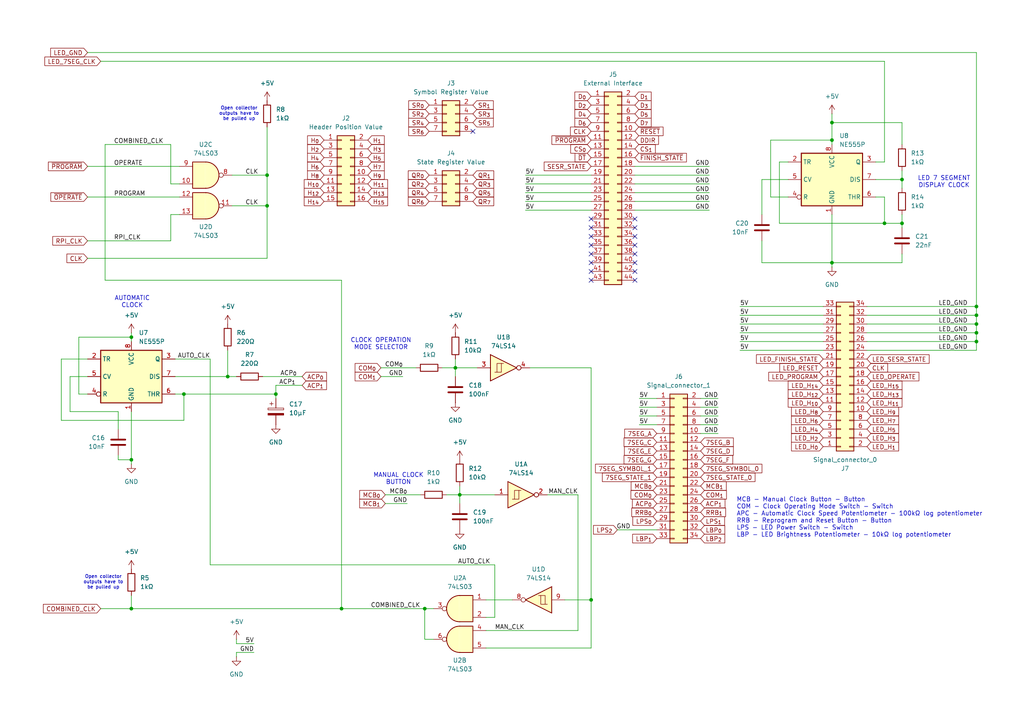
<source format=kicad_sch>
(kicad_sch (version 20250114) (generator "eeschema") (generator_version "9.0")
  (paper "A4")
  (lib_symbols
    (symbol "74xx:74LS03" (pin_names (offset 1.016))
      (property "Reference" "U" (at 0 1.27 0))
      (property "Value" "74LS03" (at 0 -1.27 0))
      (symbol "74LS03_1_1"
        (pin input line (at -7.62 2.54 0) (length 3.81) (name "~") (number "1"))
        (pin input line (at -7.62 -2.54 0) (length 3.81) (name "~") (number "2"))
        (pin open_collector inverted (at 7.62 0 180) (length 3.81) (name "~") (number "3"))
      )
      (symbol "74LS03_1_2"
        (pin input inverted (at -7.62 2.54 0) (length 4.318) (name "~") (number "1"))
        (pin input inverted (at -7.62 -2.54 0) (length 4.318) (name "~") (number "2"))
        (pin open_collector line (at 7.62 0 180) (length 3.81) (name "~") (number "3"))
      )
      (symbol "74LS03_2_1"
        (pin input line (at -7.62 2.54 0) (length 3.81) (name "~") (number "4"))
        (pin input line (at -7.62 -2.54 0) (length 3.81) (name "~") (number "5"))
        (pin open_collector inverted (at 7.62 0 180) (length 3.81) (name "~") (number "6"))
      )
      (symbol "74LS03_2_2"
        (pin input inverted (at -7.62 2.54 0) (length 4.318) (name "~") (number "4"))
        (pin input inverted (at -7.62 -2.54 0) (length 4.318) (name "~") (number "5"))
        (pin open_collector line (at 7.62 0 180) (length 3.81) (name "~") (number "6"))
      )
      (symbol "74LS03_3_1"
        (pin input line (at -7.62 2.54 0) (length 3.81) (name "~") (number "9"))
        (pin input line (at -7.62 -2.54 0) (length 3.81) (name "~") (number "10"))
        (pin open_collector inverted (at 7.62 0 180) (length 3.81) (name "~") (number "8"))
      )
      (symbol "74LS03_3_2"
        (pin input inverted (at -7.62 2.54 0) (length 4.318) (name "~") (number "9"))
        (pin input inverted (at -7.62 -2.54 0) (length 4.318) (name "~") (number "10"))
        (pin open_collector line (at 7.62 0 180) (length 3.81) (name "~") (number "8"))
      )
      (symbol "74LS03_4_1"
        (pin input line (at -7.62 2.54 0) (length 3.81) (name "~") (number "12"))
        (pin input line (at -7.62 -2.54 0) (length 3.81) (name "~") (number "13"))
        (pin open_collector inverted (at 7.62 0 180) (length 3.81) (name "~") (number "11"))
      )
      (symbol "74LS03_4_2"
        (pin input inverted (at -7.62 2.54 0) (length 4.318) (name "~") (number "12"))
        (pin input inverted (at -7.62 -2.54 0) (length 4.318) (name "~") (number "13"))
        (pin open_collector line (at 7.62 0 180) (length 3.81) (name "~") (number "11"))
      )
      (symbol "74LS03_5_0"
        (pin power_in line (at 0 12.7 270) (length 5.08) (name "VCC") (number "14"))
        (pin power_in line (at 0 -12.7 90) (length 5.08) (name "GND") (number "7"))
      )
    )
    (symbol "74xx:74LS14" (pin_names (offset 1.016))
      (property "Reference" "U" (at 0 1.27 0))
      (property "Value" "74LS14" (at 0 -1.27 0))
      (symbol "74LS14_1_0"
        (pin input line (at -7.62 0 0) (length 3.81) (name "~") (number "1"))
        (pin output inverted (at 7.62 0 180) (length 3.81) (name "~") (number "2"))
      )
      (symbol "74LS14_2_0"
        (pin input line (at -7.62 0 0) (length 3.81) (name "~") (number "3"))
        (pin output inverted (at 7.62 0 180) (length 3.81) (name "~") (number "4"))
      )
      (symbol "74LS14_3_0"
        (pin input line (at -7.62 0 0) (length 3.81) (name "~") (number "5"))
        (pin output inverted (at 7.62 0 180) (length 3.81) (name "~") (number "6"))
      )
      (symbol "74LS14_4_0"
        (pin input line (at -7.62 0 0) (length 3.81) (name "~") (number "9"))
        (pin output inverted (at 7.62 0 180) (length 3.81) (name "~") (number "8"))
      )
      (symbol "74LS14_5_0"
        (pin input line (at -7.62 0 0) (length 3.81) (name "~") (number "11"))
        (pin output inverted (at 7.62 0 180) (length 3.81) (name "~") (number "10"))
      )
      (symbol "74LS14_6_0"
        (pin input line (at -7.62 0 0) (length 3.81) (name "~") (number "13"))
        (pin output inverted (at 7.62 0 180) (length 3.81) (name "~") (number "12"))
      )
      (symbol "74LS14_7_0"
        (pin power_in line (at 0 12.7 270) (length 5.08) (name "VCC") (number "14"))
        (pin power_in line (at 0 -12.7 90) (length 5.08) (name "GND") (number "7"))
      )
    )
    (symbol "Connector_Generic:Conn_02x04_Odd_Even" (pin_names (offset 1.016) (hide yes))
      (property "Reference" "J" (at 1.27 5.08 0))
      (property "Value" "Conn_02x04_Odd_Even" (at 1.27 -7.62 0))
      (symbol "Conn_02x04_Odd_Even_1_1"
        (pin passive line (at -5.08 2.54 0) (length 3.81) (name "Pin_1") (number "1"))
        (pin passive line (at -5.08 0 0) (length 3.81) (name "Pin_3") (number "3"))
        (pin passive line (at -5.08 -2.54 0) (length 3.81) (name "Pin_5") (number "5"))
        (pin passive line (at -5.08 -5.08 0) (length 3.81) (name "Pin_7") (number "7"))
        (pin passive line (at 7.62 2.54 180) (length 3.81) (name "Pin_2") (number "2"))
        (pin passive line (at 7.62 0 180) (length 3.81) (name "Pin_4") (number "4"))
        (pin passive line (at 7.62 -2.54 180) (length 3.81) (name "Pin_6") (number "6"))
        (pin passive line (at 7.62 -5.08 180) (length 3.81) (name "Pin_8") (number "8"))
      )
    )
    (symbol "Connector_Generic:Conn_02x08_Odd_Even" (pin_names (offset 1.016) (hide yes))
      (property "Reference" "J" (at 1.27 10.16 0))
      (property "Value" "Conn_02x08_Odd_Even" (at 1.27 -12.7 0))
      (symbol "Conn_02x08_Odd_Even_1_1"
        (pin passive line (at -5.08 7.62 0) (length 3.81) (name "Pin_1") (number "1"))
        (pin passive line (at -5.08 5.08 0) (length 3.81) (name "Pin_3") (number "3"))
        (pin passive line (at -5.08 2.54 0) (length 3.81) (name "Pin_5") (number "5"))
        (pin passive line (at -5.08 0 0) (length 3.81) (name "Pin_7") (number "7"))
        (pin passive line (at -5.08 -2.54 0) (length 3.81) (name "Pin_9") (number "9"))
        (pin passive line (at -5.08 -5.08 0) (length 3.81) (name "Pin_11") (number "11"))
        (pin passive line (at -5.08 -7.62 0) (length 3.81) (name "Pin_13") (number "13"))
        (pin passive line (at -5.08 -10.16 0) (length 3.81) (name "Pin_15") (number "15"))
        (pin passive line (at 7.62 7.62 180) (length 3.81) (name "Pin_2") (number "2"))
        (pin passive line (at 7.62 5.08 180) (length 3.81) (name "Pin_4") (number "4"))
        (pin passive line (at 7.62 2.54 180) (length 3.81) (name "Pin_6") (number "6"))
        (pin passive line (at 7.62 0 180) (length 3.81) (name "Pin_8") (number "8"))
        (pin passive line (at 7.62 -2.54 180) (length 3.81) (name "Pin_10") (number "10"))
        (pin passive line (at 7.62 -5.08 180) (length 3.81) (name "Pin_12") (number "12"))
        (pin passive line (at 7.62 -7.62 180) (length 3.81) (name "Pin_14") (number "14"))
        (pin passive line (at 7.62 -10.16 180) (length 3.81) (name "Pin_16") (number "16"))
      )
    )
    (symbol "Connector_Generic:Conn_02x17_Odd_Even" (pin_names (offset 1.016) (hide yes))
      (property "Reference" "J" (at 1.27 22.86 0))
      (property "Value" "Conn_02x17_Odd_Even" (at 1.27 -22.86 0))
      (symbol "Conn_02x17_Odd_Even_1_1"
        (pin passive line (at -5.08 20.32 0) (length 3.81) (name "Pin_1") (number "1"))
        (pin passive line (at -5.08 17.78 0) (length 3.81) (name "Pin_3") (number "3"))
        (pin passive line (at -5.08 15.24 0) (length 3.81) (name "Pin_5") (number "5"))
        (pin passive line (at -5.08 12.7 0) (length 3.81) (name "Pin_7") (number "7"))
        (pin passive line (at -5.08 10.16 0) (length 3.81) (name "Pin_9") (number "9"))
        (pin passive line (at -5.08 7.62 0) (length 3.81) (name "Pin_11") (number "11"))
        (pin passive line (at -5.08 5.08 0) (length 3.81) (name "Pin_13") (number "13"))
        (pin passive line (at -5.08 2.54 0) (length 3.81) (name "Pin_15") (number "15"))
        (pin passive line (at -5.08 0 0) (length 3.81) (name "Pin_17") (number "17"))
        (pin passive line (at -5.08 -2.54 0) (length 3.81) (name "Pin_19") (number "19"))
        (pin passive line (at -5.08 -5.08 0) (length 3.81) (name "Pin_21") (number "21"))
        (pin passive line (at -5.08 -7.62 0) (length 3.81) (name "Pin_23") (number "23"))
        (pin passive line (at -5.08 -10.16 0) (length 3.81) (name "Pin_25") (number "25"))
        (pin passive line (at -5.08 -12.7 0) (length 3.81) (name "Pin_27") (number "27"))
        (pin passive line (at -5.08 -15.24 0) (length 3.81) (name "Pin_29") (number "29"))
        (pin passive line (at -5.08 -17.78 0) (length 3.81) (name "Pin_31") (number "31"))
        (pin passive line (at -5.08 -20.32 0) (length 3.81) (name "Pin_33") (number "33"))
        (pin passive line (at 7.62 20.32 180) (length 3.81) (name "Pin_2") (number "2"))
        (pin passive line (at 7.62 17.78 180) (length 3.81) (name "Pin_4") (number "4"))
        (pin passive line (at 7.62 15.24 180) (length 3.81) (name "Pin_6") (number "6"))
        (pin passive line (at 7.62 12.7 180) (length 3.81) (name "Pin_8") (number "8"))
        (pin passive line (at 7.62 10.16 180) (length 3.81) (name "Pin_10") (number "10"))
        (pin passive line (at 7.62 7.62 180) (length 3.81) (name "Pin_12") (number "12"))
        (pin passive line (at 7.62 5.08 180) (length 3.81) (name "Pin_14") (number "14"))
        (pin passive line (at 7.62 2.54 180) (length 3.81) (name "Pin_16") (number "16"))
        (pin passive line (at 7.62 0 180) (length 3.81) (name "Pin_18") (number "18"))
        (pin passive line (at 7.62 -2.54 180) (length 3.81) (name "Pin_20") (number "20"))
        (pin passive line (at 7.62 -5.08 180) (length 3.81) (name "Pin_22") (number "22"))
        (pin passive line (at 7.62 -7.62 180) (length 3.81) (name "Pin_24") (number "24"))
        (pin passive line (at 7.62 -10.16 180) (length 3.81) (name "Pin_26") (number "26"))
        (pin passive line (at 7.62 -12.7 180) (length 3.81) (name "Pin_28") (number "28"))
        (pin passive line (at 7.62 -15.24 180) (length 3.81) (name "Pin_30") (number "30"))
        (pin passive line (at 7.62 -17.78 180) (length 3.81) (name "Pin_32") (number "32"))
        (pin passive line (at 7.62 -20.32 180) (length 3.81) (name "Pin_34") (number "34"))
      )
    )
    (symbol "Connector_Generic:Conn_02x22_Odd_Even" (pin_names (offset 1.016) (hide yes))
      (property "Reference" "J" (at 1.27 27.94 0))
      (property "Value" "Conn_02x22_Odd_Even" (at 1.27 -30.48 0))
      (symbol "Conn_02x22_Odd_Even_1_1"
        (pin passive line (at -5.08 25.4 0) (length 3.81) (name "Pin_1") (number "1"))
        (pin passive line (at -5.08 22.86 0) (length 3.81) (name "Pin_3") (number "3"))
        (pin passive line (at -5.08 20.32 0) (length 3.81) (name "Pin_5") (number "5"))
        (pin passive line (at -5.08 17.78 0) (length 3.81) (name "Pin_7") (number "7"))
        (pin passive line (at -5.08 15.24 0) (length 3.81) (name "Pin_9") (number "9"))
        (pin passive line (at -5.08 12.7 0) (length 3.81) (name "Pin_11") (number "11"))
        (pin passive line (at -5.08 10.16 0) (length 3.81) (name "Pin_13") (number "13"))
        (pin passive line (at -5.08 7.62 0) (length 3.81) (name "Pin_15") (number "15"))
        (pin passive line (at -5.08 5.08 0) (length 3.81) (name "Pin_17") (number "17"))
        (pin passive line (at -5.08 2.54 0) (length 3.81) (name "Pin_19") (number "19"))
        (pin passive line (at -5.08 0 0) (length 3.81) (name "Pin_21") (number "21"))
        (pin passive line (at -5.08 -2.54 0) (length 3.81) (name "Pin_23") (number "23"))
        (pin passive line (at -5.08 -5.08 0) (length 3.81) (name "Pin_25") (number "25"))
        (pin passive line (at -5.08 -7.62 0) (length 3.81) (name "Pin_27") (number "27"))
        (pin passive line (at -5.08 -10.16 0) (length 3.81) (name "Pin_29") (number "29"))
        (pin passive line (at -5.08 -12.7 0) (length 3.81) (name "Pin_31") (number "31"))
        (pin passive line (at -5.08 -15.24 0) (length 3.81) (name "Pin_33") (number "33"))
        (pin passive line (at -5.08 -17.78 0) (length 3.81) (name "Pin_35") (number "35"))
        (pin passive line (at -5.08 -20.32 0) (length 3.81) (name "Pin_37") (number "37"))
        (pin passive line (at -5.08 -22.86 0) (length 3.81) (name "Pin_39") (number "39"))
        (pin passive line (at -5.08 -25.4 0) (length 3.81) (name "Pin_41") (number "41"))
        (pin passive line (at -5.08 -27.94 0) (length 3.81) (name "Pin_43") (number "43"))
        (pin passive line (at 7.62 25.4 180) (length 3.81) (name "Pin_2") (number "2"))
        (pin passive line (at 7.62 22.86 180) (length 3.81) (name "Pin_4") (number "4"))
        (pin passive line (at 7.62 20.32 180) (length 3.81) (name "Pin_6") (number "6"))
        (pin passive line (at 7.62 17.78 180) (length 3.81) (name "Pin_8") (number "8"))
        (pin passive line (at 7.62 15.24 180) (length 3.81) (name "Pin_10") (number "10"))
        (pin passive line (at 7.62 12.7 180) (length 3.81) (name "Pin_12") (number "12"))
        (pin passive line (at 7.62 10.16 180) (length 3.81) (name "Pin_14") (number "14"))
        (pin passive line (at 7.62 7.62 180) (length 3.81) (name "Pin_16") (number "16"))
        (pin passive line (at 7.62 5.08 180) (length 3.81) (name "Pin_18") (number "18"))
        (pin passive line (at 7.62 2.54 180) (length 3.81) (name "Pin_20") (number "20"))
        (pin passive line (at 7.62 0 180) (length 3.81) (name "Pin_22") (number "22"))
        (pin passive line (at 7.62 -2.54 180) (length 3.81) (name "Pin_24") (number "24"))
        (pin passive line (at 7.62 -5.08 180) (length 3.81) (name "Pin_26") (number "26"))
        (pin passive line (at 7.62 -7.62 180) (length 3.81) (name "Pin_28") (number "28"))
        (pin passive line (at 7.62 -10.16 180) (length 3.81) (name "Pin_30") (number "30"))
        (pin passive line (at 7.62 -12.7 180) (length 3.81) (name "Pin_32") (number "32"))
        (pin passive line (at 7.62 -15.24 180) (length 3.81) (name "Pin_34") (number "34"))
        (pin passive line (at 7.62 -17.78 180) (length 3.81) (name "Pin_36") (number "36"))
        (pin passive line (at 7.62 -20.32 180) (length 3.81) (name "Pin_38") (number "38"))
        (pin passive line (at 7.62 -22.86 180) (length 3.81) (name "Pin_40") (number "40"))
        (pin passive line (at 7.62 -25.4 180) (length 3.81) (name "Pin_42") (number "42"))
        (pin passive line (at 7.62 -27.94 180) (length 3.81) (name "Pin_44") (number "44"))
      )
    )
    (symbol "Device:C" (pin_numbers (hide yes)) (pin_names (offset 0.254))
      (property "Reference" "C" (at 0.635 2.54 0))
      (property "Value" "C" (at 0.635 -2.54 0))
      (symbol "C_1_1"
        (pin passive line (at 0 3.81 270) (length 2.794) (name "~") (number "1"))
        (pin passive line (at 0 -3.81 90) (length 2.794) (name "~") (number "2"))
      )
    )
    (symbol "Device:C_Polarized" (pin_numbers (hide yes)) (pin_names (offset 0.254))
      (property "Reference" "C" (at 0.635 2.54 0))
      (property "Value" "C_Polarized" (at 0.635 -2.54 0))
      (symbol "C_Polarized_1_1"
        (pin passive line (at 0 3.81 270) (length 2.794) (name "~") (number "1"))
        (pin passive line (at 0 -3.81 90) (length 2.794) (name "~") (number "2"))
      )
    )
    (symbol "Device:R" (pin_numbers (hide yes)) (pin_names (offset 0))
      (property "Reference" "R" (at 2.032 0 90))
      (property "Value" "R" (at 0 0 90))
      (symbol "R_1_1"
        (pin passive line (at 0 3.81 270) (length 1.27) (name "~") (number "1"))
        (pin passive line (at 0 -3.81 90) (length 1.27) (name "~") (number "2"))
      )
    )
    (symbol "Timer:NE555P"
      (property "Reference" "U" (at -10.16 8.89 0))
      (property "Value" "NE555P" (at 2.54 8.89 0))
      (symbol "NE555P_0_0"
        (pin power_in line (at 0 10.16 270) (length 2.54) (name "VCC") (number "8"))
        (pin power_in line (at 0 -10.16 90) (length 2.54) (name "GND") (number "1"))
      )
      (symbol "NE555P_1_1"
        (pin input line (at -12.7 5.08 0) (length 3.81) (name "TR") (number "2"))
        (pin input line (at -12.7 0 0) (length 3.81) (name "CV") (number "5"))
        (pin input inverted (at -12.7 -5.08 0) (length 3.81) (name "R") (number "4"))
        (pin output line (at 12.7 5.08 180) (length 3.81) (name "Q") (number "3"))
        (pin input line (at 12.7 0 180) (length 3.81) (name "DIS") (number "7"))
        (pin input line (at 12.7 -5.08 180) (length 3.81) (name "THR") (number "6"))
      )
    )
    (symbol "power:+5V" (power) (pin_numbers (hide yes)) (pin_names (offset 0) (hide yes))
      (property "Value" "+5V" (at 0 3.556 0))
      (symbol "+5V_1_1"
        (pin power_in line (at 0 0 90) (length 0) (name "~") (number "1"))
      )
    )
    (symbol "power:GND" (power) (pin_numbers (hide yes)) (pin_names (offset 0) (hide yes))
      (property "Value" "GND" (at 0 -3.81 0))
      (symbol "GND_1_1"
        (pin power_in line (at 0 0 270) (length 0) (name "~") (number "1"))
      )
    )
  )
  (text "AUTOMATIC\nCLOCK" (at 38.354 87.63 0) (effects (font (size 1.27 1.27))))
  (text "Open collector\noutputs have to\nbe pulled up" (at 29.972 168.91 0) (effects (font (size 0.9525 0.9525))))
  (text "LED 7 SEGMENT\nDISPLAY CLOCK" (at 273.812 52.832 0) (effects (font (size 1.27 1.27))))
  (text "Open collector\noutputs have to\nbe pulled up" (at 69.342 33.02 0) (effects (font (size 0.9525 0.9525))))
  (text "MCB - Manual Clock Button - Button\nCOM - Clock Operating Mode Switch - Switch\nAPC - Automatic Clock Speed Potentiometer - 100kΩ log potentiometer\nRRB - Reprogram and Reset Button - Button\nLPS - LED Power Switch - Switch\nLBP - LED Brightness Potentiometer - 10kΩ log potentiometer\n" (at 213.614 150.114 0) (effects (font (size 1.27 1.27)) (justify left)))
  (text "MANUAL CLOCK\nBUTTON" (at 115.57 138.938 0) (effects (font (size 1.27 1.27))))
  (text "CLOCK OPERATION\nMODE SELECTOR" (at 110.49 99.822 0) (effects (font (size 1.27 1.27))))
  (junction (at 77.47 50.8))
  (junction (at 283.21 99.06))
  (junction (at 283.21 96.52))
  (junction (at 80.01 114.3))
  (junction (at 261.62 52.07))
  (junction (at 99.06 176.53))
  (junction (at 171.45 173.99))
  (junction (at 283.21 93.98))
  (junction (at 53.34 114.3))
  (junction (at 261.62 64.77))
  (junction (at 132.08 106.68))
  (junction (at 241.3 40.64))
  (junction (at 38.1 97.79))
  (junction (at 133.35 143.51))
  (junction (at 38.1 176.53))
  (junction (at 241.3 35.56))
  (junction (at 241.3 76.2))
  (junction (at 256.54 64.77))
  (junction (at 77.47 59.69))
  (junction (at 283.21 91.44))
  (junction (at 66.04 109.22))
  (junction (at 38.1 133.35))
  (junction (at 123.19 176.53))
  (junction (at 283.21 88.9))
  (no_connect (at 184.15 78.74))
  (no_connect (at 171.45 68.58))
  (no_connect (at 171.45 81.28))
  (no_connect (at 184.15 68.58))
  (no_connect (at 171.45 73.66))
  (no_connect (at 171.45 78.74))
  (no_connect (at 137.16 38.1))
  (no_connect (at 184.15 76.2))
  (no_connect (at 184.15 73.66))
  (no_connect (at 184.15 63.5))
  (no_connect (at 171.45 76.2))
  (no_connect (at 171.45 63.5))
  (no_connect (at 171.45 66.04))
  (no_connect (at 171.45 71.12))
  (no_connect (at 184.15 81.28))
  (no_connect (at 184.15 66.04))
  (no_connect (at 184.15 71.12))
  (wire (pts (xy 203.2 115.57) (xy 208.28 115.57)))
  (wire (pts (xy 68.58 185.42) (xy 68.58 186.69)))
  (wire (pts (xy 80.01 111.76) (xy 80.01 114.3)))
  (wire (pts (xy 226.06 46.99) (xy 228.6 46.99)))
  (wire (pts (xy 190.5 115.57) (xy 185.42 115.57)))
  (wire (pts (xy 241.3 76.2) (xy 241.3 77.47)))
  (wire (pts (xy 254 52.07) (xy 261.62 52.07)))
  (wire (pts (xy 214.63 101.6) (xy 238.76 101.6)))
  (wire (pts (xy 140.97 182.88) (xy 167.64 182.88)))
  (wire (pts (xy 22.86 97.79) (xy 38.1 97.79)))
  (wire (pts (xy 38.1 134.62) (xy 38.1 133.35)))
  (wire (pts (xy 184.15 58.42) (xy 205.74 58.42)))
  (wire (pts (xy 80.01 111.76) (xy 87.63 111.76)))
  (wire (pts (xy 68.58 189.23) (xy 73.66 189.23)))
  (wire (pts (xy 256.54 17.78) (xy 256.54 46.99)))
  (wire (pts (xy 25.4 57.15) (xy 52.07 57.15)))
  (wire (pts (xy 203.2 123.19) (xy 208.28 123.19)))
  (wire (pts (xy 67.31 59.69) (xy 77.47 59.69)))
  (wire (pts (xy 190.5 118.11) (xy 185.42 118.11)))
  (wire (pts (xy 25.4 109.22) (xy 20.32 109.22)))
  (wire (pts (xy 110.49 109.22) (xy 116.84 109.22)))
  (wire (pts (xy 111.76 146.05) (xy 118.11 146.05)))
  (wire (pts (xy 171.45 106.68) (xy 171.45 173.99)))
  (wire (pts (xy 120.65 106.68) (xy 110.49 106.68)))
  (wire (pts (xy 123.19 176.53) (xy 123.19 185.42)))
  (wire (pts (xy 283.21 93.98) (xy 283.21 96.52)))
  (wire (pts (xy 283.21 99.06) (xy 283.21 101.6)))
  (wire (pts (xy 140.97 173.99) (xy 148.59 173.99)))
  (wire (pts (xy 34.29 132.08) (xy 34.29 133.35)))
  (wire (pts (xy 30.48 81.28) (xy 30.48 41.91)))
  (wire (pts (xy 25.4 15.24) (xy 283.21 15.24)))
  (wire (pts (xy 251.46 101.6) (xy 283.21 101.6)))
  (wire (pts (xy 152.4 50.8) (xy 171.45 50.8)))
  (wire (pts (xy 25.4 114.3) (xy 22.86 114.3)))
  (wire (pts (xy 251.46 99.06) (xy 283.21 99.06)))
  (wire (pts (xy 25.4 104.14) (xy 17.78 104.14)))
  (wire (pts (xy 29.21 176.53) (xy 38.1 176.53)))
  (wire (pts (xy 60.96 104.14) (xy 60.96 163.83)))
  (wire (pts (xy 256.54 64.77) (xy 226.06 64.77)))
  (wire (pts (xy 29.21 17.78) (xy 256.54 17.78)))
  (wire (pts (xy 251.46 93.98) (xy 283.21 93.98)))
  (wire (pts (xy 53.34 114.3) (xy 50.8 114.3)))
  (wire (pts (xy 190.5 120.65) (xy 185.42 120.65)))
  (wire (pts (xy 66.04 109.22) (xy 68.58 109.22)))
  (wire (pts (xy 241.3 40.64) (xy 241.3 41.91)))
  (wire (pts (xy 214.63 88.9) (xy 238.76 88.9)))
  (wire (pts (xy 220.98 76.2) (xy 241.3 76.2)))
  (wire (pts (xy 152.4 58.42) (xy 171.45 58.42)))
  (wire (pts (xy 25.4 69.85) (xy 49.53 69.85)))
  (wire (pts (xy 34.29 124.46) (xy 34.29 119.38)))
  (wire (pts (xy 50.8 109.22) (xy 66.04 109.22)))
  (wire (pts (xy 38.1 133.35) (xy 38.1 119.38)))
  (wire (pts (xy 226.06 64.77) (xy 226.06 46.99)))
  (wire (pts (xy 66.04 101.6) (xy 66.04 109.22)))
  (wire (pts (xy 128.27 106.68) (xy 132.08 106.68)))
  (wire (pts (xy 220.98 69.85) (xy 220.98 76.2)))
  (wire (pts (xy 129.54 143.51) (xy 133.35 143.51)))
  (wire (pts (xy 283.21 15.24) (xy 283.21 88.9)))
  (wire (pts (xy 77.47 59.69) (xy 77.47 74.93)))
  (wire (pts (xy 132.08 106.68) (xy 132.08 109.22)))
  (wire (pts (xy 99.06 176.53) (xy 123.19 176.53)))
  (wire (pts (xy 179.07 153.67) (xy 190.5 153.67)))
  (wire (pts (xy 184.15 60.96) (xy 205.74 60.96)))
  (wire (pts (xy 152.4 60.96) (xy 171.45 60.96)))
  (wire (pts (xy 261.62 35.56) (xy 261.62 41.91)))
  (wire (pts (xy 133.35 143.51) (xy 133.35 146.05)))
  (wire (pts (xy 77.47 36.83) (xy 77.47 50.8)))
  (wire (pts (xy 228.6 57.15) (xy 223.52 57.15)))
  (wire (pts (xy 203.2 118.11) (xy 208.28 118.11)))
  (wire (pts (xy 38.1 176.53) (xy 99.06 176.53)))
  (wire (pts (xy 163.83 173.99) (xy 171.45 173.99)))
  (wire (pts (xy 49.53 62.23) (xy 49.53 69.85)))
  (wire (pts (xy 34.29 133.35) (xy 38.1 133.35)))
  (wire (pts (xy 132.08 106.68) (xy 138.43 106.68)))
  (wire (pts (xy 214.63 91.44) (xy 238.76 91.44)))
  (wire (pts (xy 171.45 173.99) (xy 171.45 187.96)))
  (wire (pts (xy 99.06 81.28) (xy 99.06 176.53)))
  (wire (pts (xy 171.45 187.96) (xy 140.97 187.96)))
  (wire (pts (xy 261.62 76.2) (xy 261.62 73.66)))
  (wire (pts (xy 223.52 40.64) (xy 241.3 40.64)))
  (wire (pts (xy 17.78 121.92) (xy 53.34 121.92)))
  (wire (pts (xy 76.2 109.22) (xy 87.63 109.22)))
  (wire (pts (xy 152.4 55.88) (xy 171.45 55.88)))
  (wire (pts (xy 53.34 121.92) (xy 53.34 114.3)))
  (wire (pts (xy 52.07 53.34) (xy 49.53 53.34)))
  (wire (pts (xy 261.62 64.77) (xy 261.62 66.04)))
  (wire (pts (xy 254 46.99) (xy 256.54 46.99)))
  (wire (pts (xy 38.1 172.72) (xy 38.1 176.53)))
  (wire (pts (xy 184.15 48.26) (xy 205.74 48.26)))
  (wire (pts (xy 241.3 35.56) (xy 241.3 40.64)))
  (wire (pts (xy 25.4 48.26) (xy 52.07 48.26)))
  (wire (pts (xy 261.62 49.53) (xy 261.62 52.07)))
  (wire (pts (xy 22.86 114.3) (xy 22.86 97.79)))
  (wire (pts (xy 49.53 41.91) (xy 49.53 53.34)))
  (wire (pts (xy 241.3 35.56) (xy 261.62 35.56)))
  (wire (pts (xy 256.54 64.77) (xy 261.62 64.77)))
  (wire (pts (xy 223.52 57.15) (xy 223.52 40.64)))
  (wire (pts (xy 68.58 186.69) (xy 73.66 186.69)))
  (wire (pts (xy 190.5 123.19) (xy 185.42 123.19)))
  (wire (pts (xy 241.3 62.23) (xy 241.3 76.2)))
  (wire (pts (xy 251.46 91.44) (xy 283.21 91.44)))
  (wire (pts (xy 67.31 50.8) (xy 77.47 50.8)))
  (wire (pts (xy 143.51 163.83) (xy 143.51 179.07)))
  (wire (pts (xy 254 57.15) (xy 256.54 57.15)))
  (wire (pts (xy 158.75 143.51) (xy 167.64 143.51)))
  (wire (pts (xy 38.1 96.52) (xy 38.1 97.79)))
  (wire (pts (xy 214.63 93.98) (xy 238.76 93.98)))
  (wire (pts (xy 203.2 120.65) (xy 208.28 120.65)))
  (wire (pts (xy 152.4 53.34) (xy 171.45 53.34)))
  (wire (pts (xy 261.62 64.77) (xy 261.62 62.23)))
  (wire (pts (xy 133.35 140.97) (xy 133.35 143.51)))
  (wire (pts (xy 80.01 114.3) (xy 80.01 115.57)))
  (wire (pts (xy 30.48 41.91) (xy 49.53 41.91)))
  (wire (pts (xy 283.21 91.44) (xy 283.21 93.98)))
  (wire (pts (xy 214.63 99.06) (xy 238.76 99.06)))
  (wire (pts (xy 17.78 104.14) (xy 17.78 121.92)))
  (wire (pts (xy 60.96 163.83) (xy 143.51 163.83)))
  (wire (pts (xy 77.47 50.8) (xy 77.47 59.69)))
  (wire (pts (xy 143.51 179.07) (xy 140.97 179.07)))
  (wire (pts (xy 167.64 143.51) (xy 167.64 182.88)))
  (wire (pts (xy 20.32 119.38) (xy 34.29 119.38)))
  (wire (pts (xy 214.63 96.52) (xy 238.76 96.52)))
  (wire (pts (xy 283.21 88.9) (xy 283.21 91.44)))
  (wire (pts (xy 133.35 143.51) (xy 143.51 143.51)))
  (wire (pts (xy 184.15 55.88) (xy 205.74 55.88)))
  (wire (pts (xy 241.3 33.02) (xy 241.3 35.56)))
  (wire (pts (xy 125.73 176.53) (xy 123.19 176.53)))
  (wire (pts (xy 251.46 96.52) (xy 283.21 96.52)))
  (wire (pts (xy 53.34 114.3) (xy 80.01 114.3)))
  (wire (pts (xy 50.8 104.14) (xy 60.96 104.14)))
  (wire (pts (xy 283.21 96.52) (xy 283.21 99.06)))
  (wire (pts (xy 256.54 57.15) (xy 256.54 64.77)))
  (wire (pts (xy 30.48 81.28) (xy 99.06 81.28)))
  (wire (pts (xy 68.58 189.23) (xy 68.58 190.5)))
  (wire (pts (xy 20.32 109.22) (xy 20.32 119.38)))
  (wire (pts (xy 241.3 76.2) (xy 261.62 76.2)))
  (wire (pts (xy 184.15 53.34) (xy 205.74 53.34)))
  (wire (pts (xy 111.76 143.51) (xy 121.92 143.51)))
  (wire (pts (xy 38.1 97.79) (xy 38.1 99.06)))
  (wire (pts (xy 203.2 125.73) (xy 208.28 125.73)))
  (wire (pts (xy 123.19 185.42) (xy 125.73 185.42)))
  (wire (pts (xy 49.53 62.23) (xy 52.07 62.23)))
  (wire (pts (xy 220.98 62.23) (xy 220.98 52.07)))
  (wire (pts (xy 153.67 106.68) (xy 171.45 106.68)))
  (wire (pts (xy 184.15 50.8) (xy 205.74 50.8)))
  (wire (pts (xy 251.46 88.9) (xy 283.21 88.9)))
  (wire (pts (xy 132.08 104.14) (xy 132.08 106.68)))
  (wire (pts (xy 77.47 74.93) (xy 25.4 74.93)))
  (wire (pts (xy 220.98 52.07) (xy 228.6 52.07)))
  (wire (pts (xy 261.62 52.07) (xy 261.62 54.61)))
  (label "GND" (at 208.28 125.73 180))
  (label "OPERATE" (at 33.02 48.26 0))
  (label "MCB_{0}" (at 118.11 143.51 180))
  (label "GND" (at 118.11 146.05 180))
  (label "5V" (at 73.66 186.69 180))
  (label "CLK" (at 74.93 50.8 180))
  (label "5V" (at 185.42 118.11 0))
  (label "5V" (at 214.63 101.6 0))
  (label "GND" (at 208.28 120.65 180))
  (label "5V" (at 152.4 50.8 0))
  (label "LED_GND" (at 280.67 91.44 180))
  (label "5V" (at 185.42 115.57 0))
  (label "COM_{0}" (at 116.84 106.68 180))
  (label "GND" (at 208.28 118.11 180))
  (label "ACP_{1}" (at 80.9247 111.76 0))
  (label "5V" (at 152.4 55.88 0))
  (label "GND" (at 182.88 153.67 180))
  (label "MAN_CLK" (at 143.51 182.88 0))
  (label "5V" (at 214.63 99.06 0))
  (label "GND" (at 116.84 109.22 180))
  (label "COMBINED_CLK" (at 121.92 176.53 180))
  (label "5V" (at 185.42 123.19 0))
  (label "AUTO_CLK" (at 142.24 163.83 180))
  (label "5V" (at 214.63 96.52 0))
  (label "LED_GND" (at 280.67 101.6 180))
  (label "PROGRAM" (at 33.02 57.15 0))
  (label "GND" (at 205.74 55.88 180))
  (label "CLK" (at 74.93 59.69 180))
  (label "MAN_CLK" (at 167.64 143.51 180))
  (label "5V" (at 152.4 53.34 0))
  (label "GND" (at 205.74 53.34 180))
  (label "RPI_CLK" (at 33.02 69.85 0))
  (label "5V" (at 185.42 120.65 0))
  (label "GND" (at 208.28 123.19 180))
  (label "LED_GND" (at 280.67 99.06 180))
  (label "5V" (at 214.63 91.44 0))
  (label "GND" (at 205.74 50.8 180))
  (label "GND" (at 208.28 115.57 180))
  (label "GND" (at 205.74 58.42 180))
  (label "GND" (at 205.74 60.96 180))
  (label "GND" (at 73.66 189.23 180))
  (label "5V" (at 152.4 58.42 0))
  (label "LED_GND" (at 280.67 96.52 180))
  (label "5V" (at 152.4 60.96 0))
  (label "5V" (at 214.63 93.98 0))
  (label "LED_GND" (at 280.67 93.98 180))
  (label "5V" (at 214.63 88.9 0))
  (label "COMBINED_CLK" (at 33.02 41.91 0))
  (label "ACP_{0}" (at 81.28 109.22 0))
  (label "AUTO_CLK" (at 60.96 104.14 180))
  (label "LED_GND" (at 280.67 88.9 180))
  (label "GND" (at 205.74 48.26 180))
  (global_label "LPS_{0}" (shape input) (at 190.5 151.13 180) (property "Intersheetrefs" "${INTERSHEET_REFS}" (effects (hide yes))))
  (global_label "7SEG_C" (shape input) (at 190.5 128.27 180) (property "Intersheetrefs" "${INTERSHEET_REFS}" (effects (hide yes))))
  (global_label "D_{5}" (shape input) (at 184.15 33.02 0) (property "Intersheetrefs" "${INTERSHEET_REFS}" (effects (hide yes))))
  (global_label "QR_{0}" (shape input) (at 124.46 50.8 180) (property "Intersheetrefs" "${INTERSHEET_REFS}" (effects (hide yes))))
  (global_label "ACP_{1}" (shape input) (at 203.2 146.05 0) (property "Intersheetrefs" "${INTERSHEET_REFS}" (effects (hide yes))))
  (global_label "COM_{1}" (shape input) (at 110.49 109.22 180) (property "Intersheetrefs" "${INTERSHEET_REFS}" (effects (hide yes))))
  (global_label "LED_H_{0}" (shape input) (at 238.76 129.54 180) (property "Intersheetrefs" "${INTERSHEET_REFS}" (effects (hide yes))))
  (global_label "LED_FINISH_STATE" (shape input) (at 238.76 104.14 180) (property "Intersheetrefs" "${INTERSHEET_REFS}" (effects (hide yes))))
  (global_label "LED_OPERATE" (shape input) (at 251.46 109.22 0) (property "Intersheetrefs" "${INTERSHEET_REFS}" (effects (hide yes))))
  (global_label "LED_H_{12}" (shape input) (at 238.76 114.3 180) (property "Intersheetrefs" "${INTERSHEET_REFS}" (effects (hide yes))))
  (global_label "D_{3}" (shape input) (at 184.15 30.48 0) (property "Intersheetrefs" "${INTERSHEET_REFS}" (effects (hide yes))))
  (global_label "7SEG_D" (shape input) (at 203.2 130.81 0) (property "Intersheetrefs" "${INTERSHEET_REFS}" (effects (hide yes))))
  (global_label "7SEG_F" (shape input) (at 203.2 133.35 0) (property "Intersheetrefs" "${INTERSHEET_REFS}" (effects (hide yes))))
  (global_label "D_{4}" (shape input) (at 171.45 33.02 180) (property "Intersheetrefs" "${INTERSHEET_REFS}" (effects (hide yes))))
  (global_label "COM_{1}" (shape input) (at 203.2 143.51 0) (property "Intersheetrefs" "${INTERSHEET_REFS}" (effects (hide yes))))
  (global_label "LED_7SEG_CLK" (shape input) (at 29.21 17.78 180) (property "Intersheetrefs" "${INTERSHEET_REFS}" (effects (hide yes))))
  (global_label "~{OPERATE}" (shape input) (at 25.4 57.15 180) (property "Intersheetrefs" "${INTERSHEET_REFS}" (effects (hide yes))))
  (global_label "LED_H_{9}" (shape input) (at 251.46 119.38 0) (property "Intersheetrefs" "${INTERSHEET_REFS}" (effects (hide yes))))
  (global_label "D_{0}" (shape input) (at 171.45 27.94 180) (property "Intersheetrefs" "${INTERSHEET_REFS}" (effects (hide yes))))
  (global_label "7SEG_B" (shape input) (at 203.2 128.27 0) (property "Intersheetrefs" "${INTERSHEET_REFS}" (effects (hide yes))))
  (global_label "SR_{2}" (shape input) (at 124.46 33.02 180) (property "Intersheetrefs" "${INTERSHEET_REFS}" (effects (hide yes))))
  (global_label "7SEG_A" (shape input) (at 190.5 125.73 180) (property "Intersheetrefs" "${INTERSHEET_REFS}" (effects (hide yes))))
  (global_label "H_{7}" (shape input) (at 106.68 48.26 0) (property "Intersheetrefs" "${INTERSHEET_REFS}" (effects (hide yes))))
  (global_label "7SEG_SYMBOL_1" (shape input) (at 190.5 135.89 180) (property "Intersheetrefs" "${INTERSHEET_REFS}" (effects (hide yes))))
  (global_label "H_{9}" (shape input) (at 106.68 50.8 0) (property "Intersheetrefs" "${INTERSHEET_REFS}" (effects (hide yes))))
  (global_label "~{PROGRAM}" (shape input) (at 25.4 48.26 180) (property "Intersheetrefs" "${INTERSHEET_REFS}" (effects (hide yes))))
  (global_label "CLK" (shape input) (at 251.46 106.68 0) (property "Intersheetrefs" "${INTERSHEET_REFS}" (effects (hide yes))))
  (global_label "RPI_CLK" (shape input) (at 25.4 69.85 180) (property "Intersheetrefs" "${INTERSHEET_REFS}" (effects (hide yes))))
  (global_label "LPS_{2}" (shape input) (at 179.07 153.67 180) (property "Intersheetrefs" "${INTERSHEET_REFS}" (effects (hide yes))))
  (global_label "LED_H_{1}" (shape input) (at 251.46 129.54 0) (property "Intersheetrefs" "${INTERSHEET_REFS}" (effects (hide yes))))
  (global_label "ACP_{0}" (shape input) (at 190.5 146.05 180) (property "Intersheetrefs" "${INTERSHEET_REFS}" (effects (hide yes))))
  (global_label "MCB_{0}" (shape input) (at 190.5 140.97 180) (property "Intersheetrefs" "${INTERSHEET_REFS}" (effects (hide yes))))
  (global_label "ACP_{0}" (shape input) (at 87.63 109.22 0) (property "Intersheetrefs" "${INTERSHEET_REFS}" (effects (hide yes))))
  (global_label "LED_H_{15}" (shape input) (at 251.46 111.76 0) (property "Intersheetrefs" "${INTERSHEET_REFS}" (effects (hide yes))))
  (global_label "COMBINED_CLK" (shape input) (at 29.21 176.53 180) (property "Intersheetrefs" "${INTERSHEET_REFS}" (effects (hide yes))))
  (global_label "COM_{0}" (shape input) (at 190.5 143.51 180) (property "Intersheetrefs" "${INTERSHEET_REFS}" (effects (hide yes))))
  (global_label "H_{13}" (shape input) (at 106.68 55.88 0) (property "Intersheetrefs" "${INTERSHEET_REFS}" (effects (hide yes))))
  (global_label "MCB_{1}" (shape input) (at 203.2 140.97 0) (property "Intersheetrefs" "${INTERSHEET_REFS}" (effects (hide yes))))
  (global_label "LED_H_{3}" (shape input) (at 251.46 127 0) (property "Intersheetrefs" "${INTERSHEET_REFS}" (effects (hide yes))))
  (global_label "MCB_{0}" (shape input) (at 111.76 143.51 180) (property "Intersheetrefs" "${INTERSHEET_REFS}" (effects (hide yes))))
  (global_label "7SEG_STATE_0" (shape input) (at 203.2 138.43 0) (property "Intersheetrefs" "${INTERSHEET_REFS}" (effects (hide yes))))
  (global_label "H_{2}" (shape input) (at 93.98 43.18 180) (property "Intersheetrefs" "${INTERSHEET_REFS}" (effects (hide yes))))
  (global_label "CLK" (shape input) (at 25.4 74.93 180) (property "Intersheetrefs" "${INTERSHEET_REFS}" (effects (hide yes))))
  (global_label "RRB_{1}" (shape input) (at 203.2 148.59 0) (property "Intersheetrefs" "${INTERSHEET_REFS}" (effects (hide yes))))
  (global_label "LED_RESET" (shape input) (at 238.76 106.68 180) (property "Intersheetrefs" "${INTERSHEET_REFS}" (effects (hide yes))))
  (global_label "ACP_{1}" (shape input) (at 87.63 111.76 0) (property "Intersheetrefs" "${INTERSHEET_REFS}" (effects (hide yes))))
  (global_label "LED_H_{8}" (shape input) (at 238.76 119.38 180) (property "Intersheetrefs" "${INTERSHEET_REFS}" (effects (hide yes))))
  (global_label "~{RESET}" (shape input) (at 184.15 38.1 0) (property "Intersheetrefs" "${INTERSHEET_REFS}" (effects (hide yes))))
  (global_label "CLK" (shape input) (at 171.45 38.1 180) (property "Intersheetrefs" "${INTERSHEET_REFS}" (effects (hide yes))))
  (global_label "H_{10}" (shape input) (at 93.98 53.34 180) (property "Intersheetrefs" "${INTERSHEET_REFS}" (effects (hide yes))))
  (global_label "LBP_{1}" (shape input) (at 190.5 156.21 180) (property "Intersheetrefs" "${INTERSHEET_REFS}" (effects (hide yes))))
  (global_label "7SEG_E" (shape input) (at 190.5 130.81 180) (property "Intersheetrefs" "${INTERSHEET_REFS}" (effects (hide yes))))
  (global_label "LBP_{0}" (shape input) (at 203.2 153.67 0) (property "Intersheetrefs" "${INTERSHEET_REFS}" (effects (hide yes))))
  (global_label "QR_{4}" (shape input) (at 124.46 55.88 180) (property "Intersheetrefs" "${INTERSHEET_REFS}" (effects (hide yes))))
  (global_label "H_{15}" (shape input) (at 106.68 58.42 0) (property "Intersheetrefs" "${INTERSHEET_REFS}" (effects (hide yes))))
  (global_label "LED_H_{10}" (shape input) (at 238.76 116.84 180) (property "Intersheetrefs" "${INTERSHEET_REFS}" (effects (hide yes))))
  (global_label "LPS_{1}" (shape input) (at 203.2 151.13 0) (property "Intersheetrefs" "${INTERSHEET_REFS}" (effects (hide yes))))
  (global_label "COM_{0}" (shape input) (at 110.49 106.68 180) (property "Intersheetrefs" "${INTERSHEET_REFS}" (effects (hide yes))))
  (global_label "H_{0}" (shape input) (at 93.98 40.64 180) (property "Intersheetrefs" "${INTERSHEET_REFS}" (effects (hide yes))))
  (global_label "LED_H_{14}" (shape input) (at 238.76 111.76 180) (property "Intersheetrefs" "${INTERSHEET_REFS}" (effects (hide yes))))
  (global_label "7SEG_SYMBOL_0" (shape input) (at 203.2 135.89 0) (property "Intersheetrefs" "${INTERSHEET_REFS}" (effects (hide yes))))
  (global_label "7SEG_STATE_1" (shape input) (at 190.5 138.43 180) (property "Intersheetrefs" "${INTERSHEET_REFS}" (effects (hide yes))))
  (global_label "LED_H_{13}" (shape input) (at 251.46 114.3 0) (property "Intersheetrefs" "${INTERSHEET_REFS}" (effects (hide yes))))
  (global_label "LED_SESR_STATE" (shape input) (at 251.46 104.14 0) (property "Intersheetrefs" "${INTERSHEET_REFS}" (effects (hide yes))))
  (global_label "DDIR" (shape input) (at 184.15 40.64 0) (property "Intersheetrefs" "${INTERSHEET_REFS}" (effects (hide yes))))
  (global_label "H_{12}" (shape input) (at 93.98 55.88 180) (property "Intersheetrefs" "${INTERSHEET_REFS}" (effects (hide yes))))
  (global_label "SR_{6}" (shape input) (at 124.46 38.1 180) (property "Intersheetrefs" "${INTERSHEET_REFS}" (effects (hide yes))))
  (global_label "LED_H_{2}" (shape input) (at 238.76 127 180) (property "Intersheetrefs" "${INTERSHEET_REFS}" (effects (hide yes))))
  (global_label "H_{3}" (shape input) (at 106.68 43.18 0) (property "Intersheetrefs" "${INTERSHEET_REFS}" (effects (hide yes))))
  (global_label "QR_{2}" (shape input) (at 124.46 53.34 180) (property "Intersheetrefs" "${INTERSHEET_REFS}" (effects (hide yes))))
  (global_label "RRB_{0}" (shape input) (at 190.5 148.59 180) (property "Intersheetrefs" "${INTERSHEET_REFS}" (effects (hide yes))))
  (global_label "~{FINISH_STATE}" (shape input) (at 184.15 45.72 0) (property "Intersheetrefs" "${INTERSHEET_REFS}" (effects (hide yes))))
  (global_label "D_{1}" (shape input) (at 184.15 27.94 0) (property "Intersheetrefs" "${INTERSHEET_REFS}" (effects (hide yes))))
  (global_label "LED_H_{11}" (shape input) (at 251.46 116.84 0) (property "Intersheetrefs" "${INTERSHEET_REFS}" (effects (hide yes))))
  (global_label "QR_{6}" (shape input) (at 124.46 58.42 180) (property "Intersheetrefs" "${INTERSHEET_REFS}" (effects (hide yes))))
  (global_label "H_{11}" (shape input) (at 106.68 53.34 0) (property "Intersheetrefs" "${INTERSHEET_REFS}" (effects (hide yes))))
  (global_label "QR_{5}" (shape input) (at 137.16 55.88 0) (property "Intersheetrefs" "${INTERSHEET_REFS}" (effects (hide yes))))
  (global_label "LED_H_{4}" (shape input) (at 238.76 124.46 180) (property "Intersheetrefs" "${INTERSHEET_REFS}" (effects (hide yes))))
  (global_label "H_{4}" (shape input) (at 93.98 45.72 180) (property "Intersheetrefs" "${INTERSHEET_REFS}" (effects (hide yes))))
  (global_label "LBP_{2}" (shape input) (at 203.2 156.21 0) (property "Intersheetrefs" "${INTERSHEET_REFS}" (effects (hide yes))))
  (global_label "~{DT}" (shape input) (at 171.45 45.72 180) (property "Intersheetrefs" "${INTERSHEET_REFS}" (effects (hide yes))))
  (global_label "CS_{1}" (shape input) (at 184.15 43.18 0) (property "Intersheetrefs" "${INTERSHEET_REFS}" (effects (hide yes))))
  (global_label "D_{2}" (shape input) (at 171.45 30.48 180) (property "Intersheetrefs" "${INTERSHEET_REFS}" (effects (hide yes))))
  (global_label "MCB_{1}" (shape input) (at 111.76 146.05 180) (property "Intersheetrefs" "${INTERSHEET_REFS}" (effects (hide yes))))
  (global_label "LED_H_{5}" (shape input) (at 251.46 124.46 0) (property "Intersheetrefs" "${INTERSHEET_REFS}" (effects (hide yes))))
  (global_label "H_{8}" (shape input) (at 93.98 50.8 180) (property "Intersheetrefs" "${INTERSHEET_REFS}" (effects (hide yes))))
  (global_label "QR_{3}" (shape input) (at 137.16 53.34 0) (property "Intersheetrefs" "${INTERSHEET_REFS}" (effects (hide yes))))
  (global_label "LED_PROGRAM" (shape input) (at 238.76 109.22 180) (property "Intersheetrefs" "${INTERSHEET_REFS}" (effects (hide yes))))
  (global_label "7SEG_G" (shape input) (at 190.5 133.35 180) (property "Intersheetrefs" "${INTERSHEET_REFS}" (effects (hide yes))))
  (global_label "LED_H_{6}" (shape input) (at 238.76 121.92 180) (property "Intersheetrefs" "${INTERSHEET_REFS}" (effects (hide yes))))
  (global_label "LED_H_{7}" (shape input) (at 251.46 121.92 0) (property "Intersheetrefs" "${INTERSHEET_REFS}" (effects (hide yes))))
  (global_label "H_{6}" (shape input) (at 93.98 48.26 180) (property "Intersheetrefs" "${INTERSHEET_REFS}" (effects (hide yes))))
  (global_label "SR_{0}" (shape input) (at 124.46 30.48 180) (property "Intersheetrefs" "${INTERSHEET_REFS}" (effects (hide yes))))
  (global_label "H_{5}" (shape input) (at 106.68 45.72 0) (property "Intersheetrefs" "${INTERSHEET_REFS}" (effects (hide yes))))
  (global_label "H_{14}" (shape input) (at 93.98 58.42 180) (property "Intersheetrefs" "${INTERSHEET_REFS}" (effects (hide yes))))
  (global_label "SR_{4}" (shape input) (at 124.46 35.56 180) (property "Intersheetrefs" "${INTERSHEET_REFS}" (effects (hide yes))))
  (global_label "SR_{5}" (shape input) (at 137.16 35.56 0) (property "Intersheetrefs" "${INTERSHEET_REFS}" (effects (hide yes))))
  (global_label "~{PROGRAM}" (shape input) (at 171.45 40.64 180) (property "Intersheetrefs" "${INTERSHEET_REFS}" (effects (hide yes))))
  (global_label "SR_{1}" (shape input) (at 137.16 30.48 0) (property "Intersheetrefs" "${INTERSHEET_REFS}" (effects (hide yes))))
  (global_label "D_{7}" (shape input) (at 184.15 35.56 0) (property "Intersheetrefs" "${INTERSHEET_REFS}" (effects (hide yes))))
  (global_label "LED_GND" (shape input) (at 25.4 15.24 180) (property "Intersheetrefs" "${INTERSHEET_REFS}" (effects (hide yes))))
  (global_label "CS_{0}" (shape input) (at 171.45 43.18 180) (property "Intersheetrefs" "${INTERSHEET_REFS}" (effects (hide yes))))
  (global_label "SESR_STATE" (shape input) (at 171.45 48.26 180) (property "Intersheetrefs" "${INTERSHEET_REFS}" (effects (hide yes))))
  (global_label "SR_{3}" (shape input) (at 137.16 33.02 0) (property "Intersheetrefs" "${INTERSHEET_REFS}" (effects (hide yes))))
  (global_label "H_{1}" (shape input) (at 106.68 40.64 0) (property "Intersheetrefs" "${INTERSHEET_REFS}" (effects (hide yes))))
  (global_label "QR_{7}" (shape input) (at 137.16 58.42 0) (property "Intersheetrefs" "${INTERSHEET_REFS}" (effects (hide yes))))
  (global_label "D_{6}" (shape input) (at 171.45 35.56 180) (property "Intersheetrefs" "${INTERSHEET_REFS}" (effects (hide yes))))
  (global_label "QR_{1}" (shape input) (at 137.16 50.8 0) (property "Intersheetrefs" "${INTERSHEET_REFS}" (effects (hide yes))))
  (symbol (lib_id "Device:R") (at 77.47 33.02 0) (unit 1)
    (property "Reference" "R8" (at 80.01 31.7499 0) (effects (justify left)))
    (property "Value" "1kΩ" (at 80.01 34.2899 0) (effects (justify left)))
    (property "Footprint" "Resistor_THT:R_Axial_DIN0207_L6.3mm_D2.5mm_P10.16mm_Horizontal" (effects (hide yes)))
    (property "Description" "Resistor" (effects (hide yes)))
  )
  (symbol (lib_id "power:+5V") (at 66.04 93.98 0) (unit 1)
    (property "Reference" "#PWR049" (effects (hide yes)))
    (property "Value" "+5V" (at 66.04 88.9 0))
    (property "Description" "Power symbol creates a global label with name \"+5V\"" (effects (hide yes)))
  )
  (symbol (lib_id "74xx:74LS03") (at 133.35 185.42 0) (mirror y) (unit 2)
    (property "Reference" "U2" (at 133.35 191.516 0))
    (property "Value" "74LS03" (at 133.35 194.056 0))
    (property "Footprint" "Package_DIP:DIP-14_W7.62mm" (effects (hide yes)))
    (property "Datasheet" "http://www.ti.com/lit/gpn/sn74LS03" (effects (hide yes)))
    (property "Description" "Quad 2-input NAND open collector" (effects (hide yes)))
  )
  (symbol (lib_id "Device:R") (at 261.62 58.42 0) (unit 1)
    (property "Reference" "R14" (at 264.16 57.1499 0) (effects (justify left)))
    (property "Value" "1kΩ" (at 264.16 59.6899 0) (effects (justify left)))
    (property "Footprint" "Resistor_THT:R_Axial_DIN0207_L6.3mm_D2.5mm_P10.16mm_Horizontal" (effects (hide yes)))
    (property "Description" "Resistor" (effects (hide yes)))
  )
  (symbol (lib_id "power:+5V") (at 38.1 96.52 0) (unit 1)
    (property "Reference" "#PWR046" (effects (hide yes)))
    (property "Value" "+5V" (at 38.1 91.44 0))
    (property "Description" "Power symbol creates a global label with name \"+5V\"" (effects (hide yes)))
  )
  (symbol (lib_id "Device:R") (at 261.62 45.72 0) (unit 1)
    (property "Reference" "R13" (at 264.16 44.4499 0) (effects (justify left)))
    (property "Value" "1kΩ" (at 264.16 46.9899 0) (effects (justify left)))
    (property "Footprint" "Resistor_THT:R_Axial_DIN0207_L6.3mm_D2.5mm_P10.16mm_Horizontal" (effects (hide yes)))
    (property "Description" "Resistor" (effects (hide yes)))
  )
  (symbol (lib_id "Device:C") (at 133.35 149.86 0) (unit 1)
    (property "Reference" "C19" (at 137.16 148.5899 0) (effects (justify left)))
    (property "Value" "100nF" (at 137.16 151.1299 0) (effects (justify left)))
    (property "Footprint" "Capacitor_THT:C_Disc_D3.8mm_W2.6mm_P2.50mm" (effects (hide yes)))
    (property "Description" "Unpolarized capacitor" (effects (hide yes)))
  )
  (symbol (lib_id "Timer:NE555P") (at 38.1 109.22 0) (unit 1)
    (property "Reference" "U7" (at 40.2433 96.52 0) (effects (justify left)))
    (property "Value" "NE555P" (at 40.2433 99.06 0) (effects (justify left)))
    (property "Footprint" "Package_DIP:DIP-8_W7.62mm" (effects (hide yes)))
    (property "Datasheet" "http://www.ti.com/lit/ds/symlink/ne555.pdf" (effects (hide yes)))
    (property "Description" "Precision Timers, 555 compatible,  PDIP-8" (effects (hide yes)))
  )
  (symbol (lib_id "power:+5V") (at 241.3 33.02 0) (unit 1)
    (property "Reference" "#PWR058" (effects (hide yes)))
    (property "Value" "+5V" (at 241.3 27.94 0))
    (property "Description" "Power symbol creates a global label with name \"+5V\"" (effects (hide yes)))
  )
  (symbol (lib_id "Connector_Generic:Conn_02x08_Odd_Even") (at 99.06 48.26 0) (unit 1)
    (property "Reference" "J2" (at 100.33 34.29 0))
    (property "Value" "Header Position Value" (at 100.33 36.83 0))
    (property "Footprint" "Connector_IDC:IDC-Header_2x08_P2.54mm_Vertical" (effects (hide yes)))
    (property "Description" "Generic connector, double row, 02x08, odd/even pin numbering scheme (row 1 odd numbers, row 2 even numbers), script generated (kicad-library-utils/schlib/autogen/connector/)" (effects (hide yes)))
  )
  (symbol (lib_id "Device:R") (at 124.46 106.68 90) (unit 1)
    (property "Reference" "R9" (at 124.46 100.33 90))
    (property "Value" "1kΩ" (at 124.46 102.87 90))
    (property "Footprint" "Resistor_THT:R_Axial_DIN0207_L6.3mm_D2.5mm_P10.16mm_Horizontal" (effects (hide yes)))
    (property "Description" "Resistor" (effects (hide yes)))
  )
  (symbol (lib_id "74xx:74LS14") (at 151.13 143.51 0) (unit 1)
    (property "Reference" "U1" (at 151.13 134.62 0))
    (property "Value" "74LS14" (at 151.13 137.16 0))
    (property "Footprint" "Package_DIP:DIP-14_W7.62mm" (effects (hide yes)))
    (property "Datasheet" "http://www.ti.com/lit/gpn/sn74LS14" (effects (hide yes)))
    (property "Description" "Hex inverter schmitt trigger" (effects (hide yes)))
  )
  (symbol (lib_id "Device:R") (at 133.35 137.16 180) (unit 1)
    (property "Reference" "R12" (at 135.89 135.8899 0) (effects (justify right)))
    (property "Value" "10kΩ" (at 135.89 138.4299 0) (effects (justify right)))
    (property "Footprint" "Resistor_THT:R_Axial_DIN0207_L6.3mm_D2.5mm_P10.16mm_Horizontal" (effects (hide yes)))
    (property "Description" "Resistor" (effects (hide yes)))
  )
  (symbol (lib_id "Device:R") (at 132.08 100.33 180) (unit 1)
    (property "Reference" "R11" (at 134.62 99.0599 0) (effects (justify right)))
    (property "Value" "10kΩ" (at 134.62 101.5999 0) (effects (justify right)))
    (property "Footprint" "Resistor_THT:R_Axial_DIN0207_L6.3mm_D2.5mm_P10.16mm_Horizontal" (effects (hide yes)))
    (property "Description" "Resistor" (effects (hide yes)))
  )
  (symbol (lib_id "74xx:74LS03") (at 59.69 59.69 0) (unit 4)
    (property "Reference" "U2" (at 59.69 65.786 0))
    (property "Value" "74LS03" (at 59.69 68.326 0))
    (property "Footprint" "Package_DIP:DIP-14_W7.62mm" (effects (hide yes)))
    (property "Datasheet" "http://www.ti.com/lit/gpn/sn74LS03" (effects (hide yes)))
    (property "Description" "Quad 2-input NAND open collector" (effects (hide yes)))
  )
  (symbol (lib_id "Device:C") (at 261.62 69.85 0) (unit 1)
    (property "Reference" "C21" (at 265.43 68.5799 0) (effects (justify left)))
    (property "Value" "22nF" (at 265.43 71.1199 0) (effects (justify left)))
    (property "Footprint" "Capacitor_THT:C_Disc_D5.1mm_W3.2mm_P5.00mm" (effects (hide yes)))
    (property "Description" "Unpolarized capacitor" (effects (hide yes)))
  )
  (symbol (lib_id "power:+5V") (at 68.58 185.42 0) (unit 1)
    (property "Reference" "#PWR050" (effects (hide yes)))
    (property "Value" "+5V" (at 68.58 180.34 0))
    (property "Description" "Power symbol creates a global label with name \"+5V\"" (effects (hide yes)))
  )
  (symbol (lib_id "Connector_Generic:Conn_02x17_Odd_Even") (at 243.84 109.22 0) (mirror x) (unit 1)
    (property "Reference" "J7" (at 245.11 135.89 0))
    (property "Value" "Signal_connector_0" (at 245.11 133.35 0))
    (property "Footprint" "Connector_Edge:Connector_Edge_2x17pin_odd" (effects (hide yes)))
    (property "Description" "Generic connector, double row, 02x17, odd/even pin numbering scheme (row 1 odd numbers, row 2 even numbers), script generated (kicad-library-utils/schlib/autogen/connector/)" (effects (hide yes)))
  )
  (symbol (lib_id "power:+5V") (at 132.08 96.52 0) (unit 1)
    (property "Reference" "#PWR054" (effects (hide yes)))
    (property "Value" "+5V" (at 132.08 91.44 0))
    (property "Description" "Power symbol creates a global label with name \"+5V\"" (effects (hide yes)))
  )
  (symbol (lib_id "Connector_Generic:Conn_02x17_Odd_Even") (at 195.58 135.89 0) (unit 1)
    (property "Reference" "J6" (at 196.85 109.22 0))
    (property "Value" "Signal_connector_1" (at 196.85 111.76 0))
    (property "Footprint" "Connector_Edge:Connector_Edge_2x17pin_odd" (effects (hide yes)))
    (property "Description" "Generic connector, double row, 02x17, odd/even pin numbering scheme (row 1 odd numbers, row 2 even numbers), script generated (kicad-library-utils/schlib/autogen/connector/)" (effects (hide yes)))
  )
  (symbol (lib_id "power:GND") (at 80.01 123.19 0) (unit 1)
    (property "Reference" "#PWR053" (effects (hide yes)))
    (property "Value" "GND" (at 80.01 128.27 0))
    (property "Description" "Power symbol creates a global label with name \"GND\" , ground" (effects (hide yes)))
  )
  (symbol (lib_id "Device:C") (at 220.98 66.04 0) (mirror y) (unit 1)
    (property "Reference" "C20" (at 217.17 64.7699 0) (effects (justify left)))
    (property "Value" "10nF" (at 217.17 67.3099 0) (effects (justify left)))
    (property "Footprint" "Capacitor_THT:C_Disc_D5.1mm_W3.2mm_P5.00mm" (effects (hide yes)))
    (property "Description" "Unpolarized capacitor" (effects (hide yes)))
  )
  (symbol (lib_id "power:GND") (at 132.08 116.84 0) (unit 1)
    (property "Reference" "#PWR055" (effects (hide yes)))
    (property "Value" "GND" (at 132.08 121.92 0))
    (property "Description" "Power symbol creates a global label with name \"GND\" , ground" (effects (hide yes)))
  )
  (symbol (lib_id "74xx:74LS03") (at 133.35 176.53 0) (mirror y) (unit 1)
    (property "Reference" "U2" (at 133.3583 167.64 0))
    (property "Value" "74LS03" (at 133.3583 170.18 0))
    (property "Footprint" "Package_DIP:DIP-14_W7.62mm" (effects (hide yes)))
    (property "Datasheet" "http://www.ti.com/lit/gpn/sn74LS03" (effects (hide yes)))
    (property "Description" "Quad 2-input NAND open collector" (effects (hide yes)))
  )
  (symbol (lib_id "Device:C_Polarized") (at 80.01 119.38 0) (unit 1)
    (property "Reference" "C17" (at 83.82 117.2209 0) (effects (justify left)))
    (property "Value" "10µF" (at 83.82 119.7609 0) (effects (justify left)))
    (property "Footprint" "Capacitor_THT:CP_Radial_D5.0mm_P2.00mm" (effects (hide yes)))
    (property "Description" "Polarized capacitor" (effects (hide yes)))
  )
  (symbol (lib_id "Connector_Generic:Conn_02x04_Odd_Even") (at 129.54 33.02 0) (unit 1)
    (property "Reference" "J3" (at 130.81 24.13 0))
    (property "Value" "Symbol Register Value" (at 130.81 26.67 0))
    (property "Footprint" "Connector_IDC:IDC-Header_2x04_P2.54mm_Vertical" (effects (hide yes)))
    (property "Description" "Generic connector, double row, 02x04, odd/even pin numbering scheme (row 1 odd numbers, row 2 even numbers), script generated (kicad-library-utils/schlib/autogen/connector/)" (effects (hide yes)))
  )
  (symbol (lib_id "Timer:NE555P") (at 241.3 52.07 0) (unit 1)
    (property "Reference" "U8" (at 243.4433 39.37 0) (effects (justify left)))
    (property "Value" "NE555P" (at 243.4433 41.91 0) (effects (justify left)))
    (property "Footprint" "Package_DIP:DIP-8_W7.62mm" (effects (hide yes)))
    (property "Datasheet" "http://www.ti.com/lit/ds/symlink/ne555.pdf" (effects (hide yes)))
    (property "Description" "Precision Timers, 555 compatible,  PDIP-8" (effects (hide yes)))
  )
  (symbol (lib_id "power:GND") (at 68.58 190.5 0) (unit 1)
    (property "Reference" "#PWR051" (effects (hide yes)))
    (property "Value" "GND" (at 68.58 195.58 0))
    (property "Description" "Power symbol creates a global label with name \"GND\" , ground" (effects (hide yes)))
  )
  (symbol (lib_id "74xx:74LS14") (at 146.05 106.68 0) (unit 2)
    (property "Reference" "U1" (at 146.05 97.79 0))
    (property "Value" "74LS14" (at 146.05 100.33 0))
    (property "Footprint" "Package_DIP:DIP-14_W7.62mm" (effects (hide yes)))
    (property "Datasheet" "http://www.ti.com/lit/gpn/sn74LS14" (effects (hide yes)))
    (property "Description" "Hex inverter schmitt trigger" (effects (hide yes)))
  )
  (symbol (lib_id "Device:R") (at 125.73 143.51 90) (unit 1)
    (property "Reference" "R10" (at 125.73 137.16 90))
    (property "Value" "1kΩ" (at 125.73 139.7 90))
    (property "Footprint" "Resistor_THT:R_Axial_DIN0207_L6.3mm_D2.5mm_P10.16mm_Horizontal" (effects (hide yes)))
    (property "Description" "Resistor" (effects (hide yes)))
  )
  (symbol (lib_id "Connector_Generic:Conn_02x04_Odd_Even") (at 129.54 53.34 0) (unit 1)
    (property "Reference" "J4" (at 130.81 44.45 0))
    (property "Value" "State Register Value" (at 130.81 46.99 0))
    (property "Footprint" "Connector_IDC:IDC-Header_2x04_P2.54mm_Vertical" (effects (hide yes)))
    (property "Description" "Generic connector, double row, 02x04, odd/even pin numbering scheme (row 1 odd numbers, row 2 even numbers), script generated (kicad-library-utils/schlib/autogen/connector/)" (effects (hide yes)))
  )
  (symbol (lib_id "Device:R") (at 66.04 97.79 0) (unit 1)
    (property "Reference" "R6" (at 68.58 96.5199 0) (effects (justify left)))
    (property "Value" "220Ω" (at 68.58 99.0599 0) (effects (justify left)))
    (property "Footprint" "Resistor_THT:R_Axial_DIN0207_L6.3mm_D2.5mm_P10.16mm_Horizontal" (effects (hide yes)))
    (property "Description" "Resistor" (effects (hide yes)))
  )
  (symbol (lib_id "74xx:74LS14") (at 156.21 173.99 0) (mirror y) (unit 4)
    (property "Reference" "U1" (at 156.21 165.1 0))
    (property "Value" "74LS14" (at 156.21 167.64 0))
    (property "Footprint" "Package_DIP:DIP-14_W7.62mm" (effects (hide yes)))
    (property "Datasheet" "http://www.ti.com/lit/gpn/sn74LS14" (effects (hide yes)))
    (property "Description" "Hex inverter schmitt trigger" (effects (hide yes)))
  )
  (symbol (lib_id "Device:R") (at 38.1 168.91 0) (unit 1)
    (property "Reference" "R5" (at 40.64 167.6399 0) (effects (justify left)))
    (property "Value" "1kΩ" (at 40.64 170.1799 0) (effects (justify left)))
    (property "Footprint" "Resistor_THT:R_Axial_DIN0207_L6.3mm_D2.5mm_P10.16mm_Horizontal" (effects (hide yes)))
    (property "Description" "Resistor" (effects (hide yes)))
  )
  (symbol (lib_id "power:+5V") (at 38.1 165.1 0) (unit 1)
    (property "Reference" "#PWR048" (effects (hide yes)))
    (property "Value" "+5V" (at 38.1 160.02 0))
    (property "Description" "Power symbol creates a global label with name \"+5V\"" (effects (hide yes)))
  )
  (symbol (lib_id "Device:C") (at 34.29 128.27 0) (mirror y) (unit 1)
    (property "Reference" "C16" (at 30.48 126.9999 0) (effects (justify left)))
    (property "Value" "10nF" (at 30.48 129.5399 0) (effects (justify left)))
    (property "Footprint" "Capacitor_THT:C_Disc_D5.1mm_W3.2mm_P5.00mm" (effects (hide yes)))
    (property "Description" "Unpolarized capacitor" (effects (hide yes)))
  )
  (symbol (lib_id "power:GND") (at 133.35 153.67 0) (unit 1)
    (property "Reference" "#PWR057" (effects (hide yes)))
    (property "Value" "GND" (at 133.35 158.75 0))
    (property "Description" "Power symbol creates a global label with name \"GND\" , ground" (effects (hide yes)))
  )
  (symbol (lib_id "power:GND") (at 38.1 134.62 0) (unit 1)
    (property "Reference" "#PWR047" (effects (hide yes)))
    (property "Value" "GND" (at 38.1 139.7 0))
    (property "Description" "Power symbol creates a global label with name \"GND\" , ground" (effects (hide yes)))
  )
  (symbol (lib_id "Device:R") (at 72.39 109.22 90) (unit 1)
    (property "Reference" "R7" (at 72.39 102.87 90))
    (property "Value" "220Ω" (at 72.39 105.41 90))
    (property "Footprint" "Resistor_THT:R_Axial_DIN0207_L6.3mm_D2.5mm_P10.16mm_Horizontal" (effects (hide yes)))
    (property "Description" "Resistor" (effects (hide yes)))
  )
  (symbol (lib_id "74xx:74LS03") (at 59.69 50.8 0) (unit 3)
    (property "Reference" "U2" (at 59.6817 41.91 0))
    (property "Value" "74LS03" (at 59.6817 44.45 0))
    (property "Footprint" "Package_DIP:DIP-14_W7.62mm" (effects (hide yes)))
    (property "Datasheet" "http://www.ti.com/lit/gpn/sn74LS03" (effects (hide yes)))
    (property "Description" "Quad 2-input NAND open collector" (effects (hide yes)))
  )
  (symbol (lib_id "power:+5V") (at 77.47 29.21 0) (unit 1)
    (property "Reference" "#PWR052" (effects (hide yes)))
    (property "Value" "+5V" (at 77.47 24.13 0))
    (property "Description" "Power symbol creates a global label with name \"+5V\"" (effects (hide yes)))
  )
  (symbol (lib_id "power:GND") (at 241.3 77.47 0) (unit 1)
    (property "Reference" "#PWR059" (effects (hide yes)))
    (property "Value" "GND" (at 241.3 82.55 0))
    (property "Description" "Power symbol creates a global label with name \"GND\" , ground" (effects (hide yes)))
  )
  (symbol (lib_id "Device:C") (at 132.08 113.03 0) (unit 1)
    (property "Reference" "C18" (at 135.89 111.7599 0) (effects (justify left)))
    (property "Value" "100nF" (at 135.89 114.2999 0) (effects (justify left)))
    (property "Footprint" "Capacitor_THT:C_Disc_D3.8mm_W2.6mm_P2.50mm" (effects (hide yes)))
    (property "Description" "Unpolarized capacitor" (effects (hide yes)))
  )
  (symbol (lib_id "Connector_Generic:Conn_02x22_Odd_Even") (at 176.53 53.34 0) (unit 1)
    (property "Reference" "J5" (at 177.8 21.59 0))
    (property "Value" "External Interface" (at 177.8 24.13 0))
    (property "Footprint" "Connector_Edge:Connector_Edge_2x22pin_odd" (effects (hide yes)))
    (property "Description" "Generic connector, double row, 02x22, odd/even pin numbering scheme (row 1 odd numbers, row 2 even numbers), script generated (kicad-library-utils/schlib/autogen/connector/)" (effects (hide yes)))
  )
  (symbol (lib_id "power:+5V") (at 133.35 133.35 0) (unit 1)
    (property "Reference" "#PWR056" (effects (hide yes)))
    (property "Value" "+5V" (at 133.35 128.27 0))
    (property "Description" "Power symbol creates a global label with name \"+5V\"" (effects (hide yes)))
  )
)
</source>
